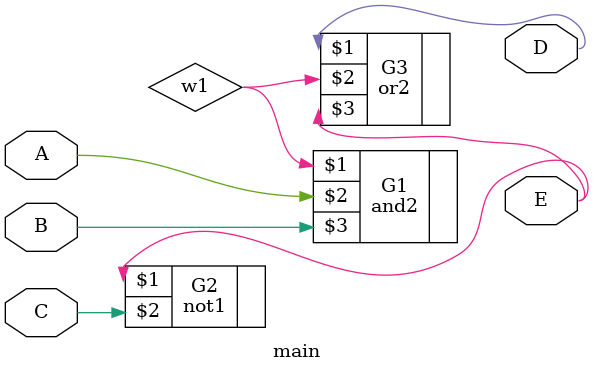
<source format=v>
module main(A,B,C,D,E);
output D,E;
input A,B,C;
wire w1;
and2 G1(w1,A,B);
not1 G2(E,C);
or2 G3(D,w1,E);
endmodule
</source>
